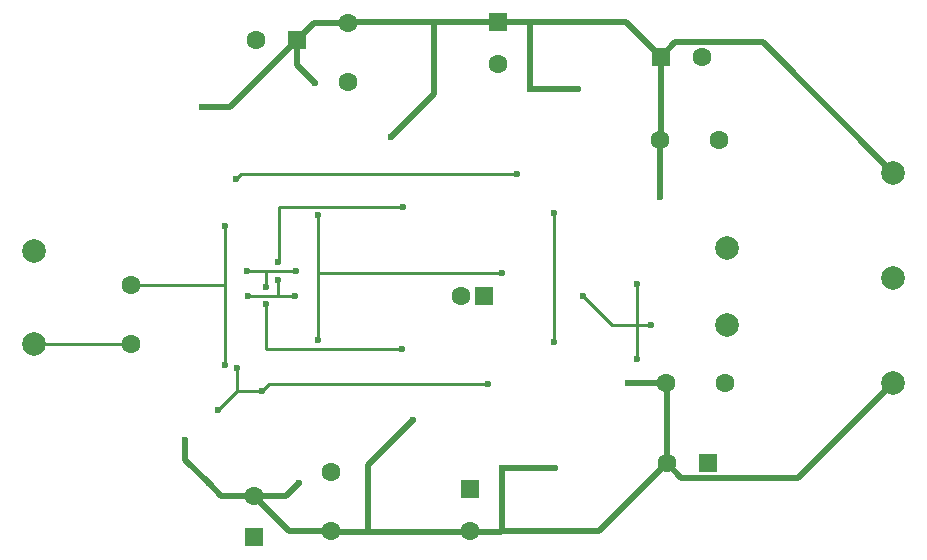
<source format=gbr>
G04 #@! TF.GenerationSoftware,KiCad,Pcbnew,(5.1.8-0-10_14)*
G04 #@! TF.CreationDate,2021-01-02T16:38:02+01:00*
G04 #@! TF.ProjectId,pre-amp-discret,7072652d-616d-4702-9d64-697363726574,rev?*
G04 #@! TF.SameCoordinates,Original*
G04 #@! TF.FileFunction,Copper,L2,Bot*
G04 #@! TF.FilePolarity,Positive*
%FSLAX46Y46*%
G04 Gerber Fmt 4.6, Leading zero omitted, Abs format (unit mm)*
G04 Created by KiCad (PCBNEW (5.1.8-0-10_14)) date 2021-01-02 16:38:02*
%MOMM*%
%LPD*%
G01*
G04 APERTURE LIST*
G04 #@! TA.AperFunction,ComponentPad*
%ADD10C,1.600000*%
G04 #@! TD*
G04 #@! TA.AperFunction,ComponentPad*
%ADD11R,1.600000X1.600000*%
G04 #@! TD*
G04 #@! TA.AperFunction,ComponentPad*
%ADD12C,2.000000*%
G04 #@! TD*
G04 #@! TA.AperFunction,ViaPad*
%ADD13C,0.600000*%
G04 #@! TD*
G04 #@! TA.AperFunction,Conductor*
%ADD14C,0.500000*%
G04 #@! TD*
G04 #@! TA.AperFunction,Conductor*
%ADD15C,0.250000*%
G04 #@! TD*
G04 APERTURE END LIST*
D10*
X182163600Y-103225600D03*
D11*
X178663600Y-103225600D03*
D10*
X162560000Y-143301600D03*
D11*
X162560000Y-139801600D03*
D10*
X164922200Y-103779200D03*
D11*
X164922200Y-100279200D03*
D10*
X161753800Y-123469400D03*
D11*
X163753800Y-123469400D03*
D10*
X144246600Y-140365600D03*
D11*
X144246600Y-143865600D03*
D10*
X144404200Y-101727000D03*
D11*
X147904200Y-101727000D03*
D10*
X179171600Y-137617200D03*
D11*
X182671600Y-137617200D03*
D10*
X150774400Y-138328400D03*
X150774400Y-143328400D03*
X152222200Y-100304600D03*
X152222200Y-105304600D03*
X184133500Y-130810000D03*
X179133500Y-130810000D03*
X178642000Y-110210600D03*
X183642000Y-110210600D03*
D12*
X184302400Y-119354600D03*
X184251600Y-125907800D03*
X198374000Y-121920000D03*
X125603000Y-127508000D03*
X198374000Y-130810000D03*
X125603000Y-119634000D03*
X198374000Y-113030000D03*
D10*
X133858000Y-127491500D03*
X133858000Y-122491500D03*
D13*
X178612800Y-115062000D03*
X167614600Y-105943400D03*
X171704000Y-105943400D03*
X159512000Y-103759000D03*
X155879800Y-110007400D03*
X149428200Y-105435400D03*
X139801600Y-107442000D03*
X141757400Y-129311400D03*
X141782800Y-117500400D03*
X175895000Y-130810000D03*
X165201600Y-137972800D03*
X169722800Y-137998200D03*
X153924000Y-140004800D03*
X157708600Y-133959600D03*
X148056600Y-139293600D03*
X138404600Y-135636000D03*
X140411200Y-139293600D03*
X164020500Y-130873500D03*
X142773400Y-129565400D03*
X141198600Y-133096000D03*
X144881600Y-131470400D03*
X143713200Y-123418600D03*
X147751800Y-123418600D03*
X146304000Y-120599200D03*
X146304000Y-122123200D03*
X156819600Y-115925600D03*
X149656800Y-127127000D03*
X149656800Y-116611400D03*
X165227000Y-121462800D03*
X176657000Y-122428000D03*
X176657000Y-128778000D03*
X177850800Y-125907800D03*
X172135800Y-123469400D03*
X169672000Y-127304800D03*
X169672000Y-116433600D03*
X166547800Y-113106200D03*
X142737800Y-113548200D03*
X143687800Y-121310400D03*
X147777200Y-121310400D03*
X156743400Y-127889000D03*
X145237200Y-124129800D03*
X145237200Y-122656600D03*
D14*
X157226000Y-100266500D02*
X157226000Y-100266500D01*
X178642000Y-115032800D02*
X178612800Y-115062000D01*
X178642000Y-110210600D02*
X178642000Y-115032800D01*
X167614600Y-100355400D02*
X167703500Y-100266500D01*
X167614600Y-105943400D02*
X167614600Y-100355400D01*
X165989000Y-100266500D02*
X167703500Y-100266500D01*
X167614600Y-105943400D02*
X171704000Y-105943400D01*
X159512000Y-100457000D02*
X159321500Y-100266500D01*
X159512000Y-103759000D02*
X159512000Y-100457000D01*
X159321500Y-100266500D02*
X165989000Y-100266500D01*
X159512000Y-106375200D02*
X155879800Y-110007400D01*
X159512000Y-103759000D02*
X159512000Y-106375200D01*
X152260300Y-100266500D02*
X152222200Y-100304600D01*
X159321500Y-100266500D02*
X152260300Y-100266500D01*
X147904200Y-101727000D02*
X147929600Y-101727000D01*
X147904200Y-101727000D02*
X148056600Y-101727000D01*
X142189200Y-107442000D02*
X147904200Y-101727000D01*
X139801600Y-107442000D02*
X142189200Y-107442000D01*
X149326600Y-100304600D02*
X147904200Y-101727000D01*
X152222200Y-100304600D02*
X149326600Y-100304600D01*
X147904200Y-103911400D02*
X149428200Y-105435400D01*
X147904200Y-101727000D02*
X147904200Y-103911400D01*
X178663600Y-110189000D02*
X178642000Y-110210600D01*
X178663600Y-103225600D02*
X178663600Y-110189000D01*
X178612800Y-103174800D02*
X178663600Y-103225600D01*
X175704500Y-100266500D02*
X178663600Y-103225600D01*
X167703500Y-100266500D02*
X175704500Y-100266500D01*
X178663600Y-103225600D02*
X178663600Y-103174800D01*
X187319599Y-101975599D02*
X198374000Y-113030000D01*
X179862801Y-101975599D02*
X187319599Y-101975599D01*
X178663600Y-103174800D02*
X179862801Y-101975599D01*
D15*
X133841500Y-127508000D02*
X133858000Y-127491500D01*
X125603000Y-127508000D02*
X133841500Y-127508000D01*
X141782800Y-129286000D02*
X141757400Y-129311400D01*
X133858000Y-122491500D02*
X141719300Y-122491500D01*
X141719300Y-122491500D02*
X141782800Y-122428000D01*
X141782800Y-122428000D02*
X141782800Y-129286000D01*
X141782800Y-117500400D02*
X141782800Y-122428000D01*
D14*
X156210000Y-143383000D02*
X160020000Y-143383000D01*
X160020000Y-143383000D02*
X165163500Y-143383000D01*
X179133500Y-130810000D02*
X175895000Y-130810000D01*
X165201600Y-143344900D02*
X165163500Y-143383000D01*
X165201600Y-137972800D02*
X165201600Y-143344900D01*
X169697400Y-137972800D02*
X169722800Y-137998200D01*
X165201600Y-137972800D02*
X169697400Y-137972800D01*
X153924000Y-143230600D02*
X154076400Y-143383000D01*
X153924000Y-140004800D02*
X153924000Y-143230600D01*
X154076400Y-143383000D02*
X156210000Y-143383000D01*
X153924000Y-137744200D02*
X157708600Y-133959600D01*
X153924000Y-140004800D02*
X153924000Y-137744200D01*
X150829000Y-143383000D02*
X150774400Y-143328400D01*
X154076400Y-143383000D02*
X150829000Y-143383000D01*
X162666800Y-143408400D02*
X162560000Y-143301600D01*
X175920400Y-130835400D02*
X175895000Y-130810000D01*
X147209400Y-143328400D02*
X144246600Y-140365600D01*
X150774400Y-143328400D02*
X147209400Y-143328400D01*
X146984600Y-140365600D02*
X148056600Y-139293600D01*
X144246600Y-140365600D02*
X146984600Y-140365600D01*
X138404600Y-137287000D02*
X140411200Y-139293600D01*
X138404600Y-135636000D02*
X138404600Y-137287000D01*
X141483200Y-140365600D02*
X140411200Y-139293600D01*
X144246600Y-140365600D02*
X141483200Y-140365600D01*
X179171600Y-130848100D02*
X179133500Y-130810000D01*
X179171600Y-137617200D02*
X179171600Y-130848100D01*
X173443900Y-143344900D02*
X179171600Y-137617200D01*
X165201600Y-143344900D02*
X173443900Y-143344900D01*
X190316799Y-138867201D02*
X198374000Y-130810000D01*
X180421601Y-138867201D02*
X190316799Y-138867201D01*
X179171600Y-137617200D02*
X180421601Y-138867201D01*
D15*
X142773400Y-129565400D02*
X142773400Y-131470400D01*
X142773400Y-131521200D02*
X141198600Y-133096000D01*
X142773400Y-131470400D02*
X142773400Y-131521200D01*
X142773400Y-131470400D02*
X144881600Y-131470400D01*
X145478500Y-130873500D02*
X144881600Y-131470400D01*
X164020500Y-130873500D02*
X145478500Y-130873500D01*
X184238900Y-125920500D02*
X184251600Y-125907800D01*
X146329400Y-120573800D02*
X146304000Y-120599200D01*
X146329400Y-115925600D02*
X146329400Y-120573800D01*
X146304000Y-123393200D02*
X146329400Y-123418600D01*
X146304000Y-122123200D02*
X146304000Y-123393200D01*
X146329400Y-123418600D02*
X147751800Y-123418600D01*
X143713200Y-123418600D02*
X146329400Y-123418600D01*
X156819600Y-115925600D02*
X146329400Y-115925600D01*
X149656800Y-127127000D02*
X149656800Y-122174000D01*
X149656800Y-122174000D02*
X149656800Y-121462800D01*
X149656800Y-121462800D02*
X149656800Y-116611400D01*
X165227000Y-121462800D02*
X149656800Y-121462800D01*
X176657000Y-126809500D02*
X176657000Y-128778000D01*
X176657000Y-122428000D02*
X176657000Y-124460000D01*
X176657000Y-125984000D02*
X176657000Y-126809500D01*
X176657000Y-125920500D02*
X176657000Y-125984000D01*
X176657000Y-124460000D02*
X176657000Y-125920500D01*
X177838100Y-125920500D02*
X177850800Y-125907800D01*
X176657000Y-125920500D02*
X177838100Y-125920500D01*
X174586900Y-125920500D02*
X176657000Y-125920500D01*
X172135800Y-123469400D02*
X174586900Y-125920500D01*
X169672000Y-127304800D02*
X169672000Y-117449600D01*
X169672000Y-117449600D02*
X169672000Y-116941600D01*
X169672000Y-116941600D02*
X169672000Y-116433600D01*
X166547800Y-113106200D02*
X166535100Y-113093500D01*
X143179800Y-113106200D02*
X142737800Y-113548200D01*
X166547800Y-113106200D02*
X143179800Y-113106200D01*
X156743400Y-127889000D02*
X145237200Y-127889000D01*
X145237200Y-127889000D02*
X145237200Y-124129800D01*
X145237200Y-121386600D02*
X145161000Y-121310400D01*
X145237200Y-122656600D02*
X145237200Y-121386600D01*
X145161000Y-121310400D02*
X147777200Y-121310400D01*
X143687800Y-121310400D02*
X145161000Y-121310400D01*
M02*

</source>
